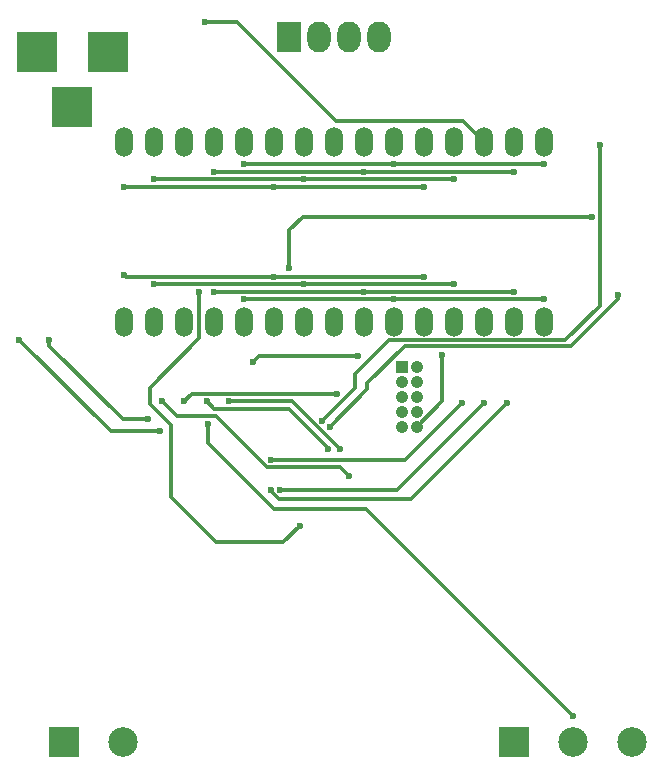
<source format=gbr>
G04 #@! TF.FileFunction,Copper,L2,Bot,Signal*
%FSLAX46Y46*%
G04 Gerber Fmt 4.6, Leading zero omitted, Abs format (unit mm)*
G04 Created by KiCad (PCBNEW 4.0.4+dfsg1-stable) date Tue Jan 31 21:33:05 2017*
%MOMM*%
%LPD*%
G01*
G04 APERTURE LIST*
%ADD10C,0.100000*%
%ADD11O,1.524000X2.524000*%
%ADD12R,3.500120X3.500120*%
%ADD13R,2.000000X2.600000*%
%ADD14O,2.000000X2.600000*%
%ADD15R,1.050000X1.050000*%
%ADD16C,1.050000*%
%ADD17R,2.500000X2.500000*%
%ADD18C,2.500000*%
%ADD19C,0.600000*%
%ADD20C,0.304800*%
G04 APERTURE END LIST*
D10*
D11*
X157480000Y-120650000D03*
X160020000Y-120650000D03*
X162560000Y-120650000D03*
X165100000Y-120650000D03*
X167640000Y-120650000D03*
X167640000Y-105410000D03*
X165100000Y-105410000D03*
X162560000Y-105410000D03*
X160020000Y-105410000D03*
X157480000Y-105410000D03*
X132080000Y-120650000D03*
X134620000Y-120650000D03*
X137160000Y-120650000D03*
X139700000Y-120650000D03*
X142240000Y-120650000D03*
X142240000Y-105410000D03*
X139700000Y-105410000D03*
X137160000Y-105410000D03*
X134620000Y-105410000D03*
X132080000Y-105410000D03*
X144780000Y-120650000D03*
X147320000Y-120650000D03*
X149860000Y-120650000D03*
X152400000Y-120650000D03*
X154940000Y-120650000D03*
X154940000Y-105410000D03*
X152400000Y-105410000D03*
X149860000Y-105410000D03*
X147320000Y-105410000D03*
X144780000Y-105410000D03*
D12*
X130660140Y-97790000D03*
X124660660Y-97790000D03*
X127660400Y-102489000D03*
D13*
X146050000Y-96520000D03*
D14*
X148590000Y-96520000D03*
X151130000Y-96520000D03*
X153670000Y-96520000D03*
D15*
X155575000Y-124460000D03*
D16*
X155575000Y-125730000D03*
X155575000Y-127000000D03*
X155575000Y-128270000D03*
X155575000Y-129540000D03*
X156845000Y-125730000D03*
X156845000Y-127000000D03*
X156845000Y-128270000D03*
X156845000Y-129540000D03*
X156845000Y-124460000D03*
D17*
X127000000Y-156210000D03*
D18*
X132000000Y-156210000D03*
X175100000Y-156210000D03*
D17*
X165100000Y-156210000D03*
D18*
X170100000Y-156210000D03*
D19*
X132080000Y-116713000D03*
X144780000Y-116840000D03*
X157480000Y-116840000D03*
X134620000Y-117475000D03*
X147320000Y-117475000D03*
X160020000Y-117475000D03*
X139700000Y-118110000D03*
X152400000Y-118110000D03*
X165100000Y-118110000D03*
X142240000Y-118745000D03*
X154940000Y-118745000D03*
X167640000Y-118745000D03*
X142240000Y-107315000D03*
X154940000Y-107315000D03*
X167640000Y-107315000D03*
X139700000Y-107950000D03*
X152400000Y-107950000D03*
X165100000Y-107950000D03*
X134620000Y-108585000D03*
X147320000Y-108585000D03*
X160020000Y-108585000D03*
X132080000Y-109220000D03*
X144780000Y-109220000D03*
X157480000Y-109220000D03*
X151892000Y-123571000D03*
X143002000Y-124079000D03*
X138430000Y-118110000D03*
X146939000Y-137922000D03*
X172339000Y-105664000D03*
X148844000Y-129032000D03*
X149479000Y-129540000D03*
X173863000Y-118364000D03*
X160655000Y-127508000D03*
X144526000Y-132334000D03*
X144526000Y-134874000D03*
X164465000Y-127508000D03*
X145288000Y-134874000D03*
X162560000Y-127508000D03*
X149352000Y-131445000D03*
X139065000Y-127381000D03*
X151130000Y-133731000D03*
X135255000Y-127381000D03*
X150368000Y-131445000D03*
X140970000Y-127381000D03*
X150114000Y-126746000D03*
X137160000Y-127381000D03*
X146050000Y-116078000D03*
X171704000Y-111760000D03*
X139192000Y-129286000D03*
X170053000Y-154051000D03*
X134112000Y-128905000D03*
X125730000Y-122174000D03*
X135128000Y-129921000D03*
X123190000Y-122174000D03*
X159004000Y-123444000D03*
X138938000Y-95250000D03*
D20*
X144780000Y-116840000D02*
X132207000Y-116840000D01*
X132207000Y-116840000D02*
X132080000Y-116713000D01*
X157480000Y-116840000D02*
X144780000Y-116840000D01*
X147320000Y-117475000D02*
X134620000Y-117475000D01*
X160020000Y-117475000D02*
X147320000Y-117475000D01*
X152400000Y-118110000D02*
X139827000Y-118110000D01*
X139827000Y-118110000D02*
X139700000Y-118110000D01*
X165100000Y-118110000D02*
X152400000Y-118110000D01*
X154940000Y-118745000D02*
X142240000Y-118745000D01*
X167640000Y-118745000D02*
X154940000Y-118745000D01*
X154940000Y-107315000D02*
X142240000Y-107315000D01*
X167640000Y-107315000D02*
X154940000Y-107315000D01*
X152400000Y-107950000D02*
X139700000Y-107950000D01*
X165100000Y-107950000D02*
X152400000Y-107950000D01*
X147320000Y-108585000D02*
X134620000Y-108585000D01*
X160020000Y-108585000D02*
X147320000Y-108585000D01*
X144780000Y-109220000D02*
X132080000Y-109220000D01*
X157480000Y-109220000D02*
X144780000Y-109220000D01*
X151892000Y-123571000D02*
X143510000Y-123571000D01*
X143510000Y-123571000D02*
X143002000Y-124079000D01*
X138430000Y-118110000D02*
X138430000Y-122047000D01*
X138430000Y-122047000D02*
X134239000Y-126238000D01*
X134239000Y-126238000D02*
X134239000Y-127635000D01*
X134239000Y-127635000D02*
X136017000Y-129413000D01*
X136017000Y-129413000D02*
X136017000Y-135509000D01*
X136017000Y-135509000D02*
X139827000Y-139319000D01*
X139827000Y-139319000D02*
X145542000Y-139319000D01*
X145542000Y-139319000D02*
X146939000Y-137922000D01*
X169418000Y-122224798D02*
X172339000Y-119303798D01*
X154508202Y-122224798D02*
X151638000Y-125095000D01*
X151638000Y-125095000D02*
X151638000Y-126238000D01*
X148844000Y-129032000D02*
X151638000Y-126238000D01*
X169418000Y-122224798D02*
X155702000Y-122224798D01*
X172339000Y-105664000D02*
X172339000Y-118999000D01*
X155702000Y-122224798D02*
X154508202Y-122224798D01*
X172339000Y-119303798D02*
X172339000Y-118999000D01*
X148894798Y-129032000D02*
X148844000Y-129032000D01*
X169926000Y-122682000D02*
X173863000Y-118745000D01*
X155829000Y-122682000D02*
X152654000Y-125857000D01*
X152654000Y-125857000D02*
X152654000Y-126365000D01*
X152654000Y-126365000D02*
X149479000Y-129540000D01*
X169926000Y-122682000D02*
X156083000Y-122682000D01*
X156083000Y-122682000D02*
X155829000Y-122682000D01*
X173863000Y-118745000D02*
X173863000Y-118364000D01*
X155829000Y-132334000D02*
X160655000Y-127508000D01*
X144526000Y-132334000D02*
X155829000Y-132334000D01*
X144526000Y-134874000D02*
X144526000Y-135001000D01*
X144526000Y-135001000D02*
X145161000Y-135636000D01*
X145161000Y-135636000D02*
X156337000Y-135636000D01*
X156337000Y-135636000D02*
X164465000Y-127508000D01*
X145288000Y-134874000D02*
X155194000Y-134874000D01*
X155194000Y-134874000D02*
X162560000Y-127508000D01*
X149352000Y-131318000D02*
X149352000Y-131445000D01*
X146050000Y-128016000D02*
X149352000Y-131318000D01*
X139700000Y-128016000D02*
X146050000Y-128016000D01*
X139065000Y-127381000D02*
X139700000Y-128016000D01*
X139319000Y-128651000D02*
X139827000Y-128651000D01*
X136525000Y-128651000D02*
X139319000Y-128651000D01*
X135255000Y-127381000D02*
X136525000Y-128651000D01*
X150368000Y-132969000D02*
X151130000Y-133731000D01*
X144145000Y-132969000D02*
X150368000Y-132969000D01*
X139827000Y-128651000D02*
X144145000Y-132969000D01*
X146304000Y-127381000D02*
X150368000Y-131445000D01*
X140970000Y-127381000D02*
X146304000Y-127381000D01*
X137795000Y-126746000D02*
X150114000Y-126746000D01*
X137160000Y-127381000D02*
X137795000Y-126746000D01*
X146050000Y-112903000D02*
X146050000Y-116078000D01*
X147193000Y-111760000D02*
X146050000Y-112903000D01*
X171704000Y-111760000D02*
X147193000Y-111760000D01*
X139192000Y-130937000D02*
X139192000Y-129286000D01*
X144780000Y-136525000D02*
X139192000Y-130937000D01*
X152527000Y-136525000D02*
X144780000Y-136525000D01*
X170053000Y-154051000D02*
X152527000Y-136525000D01*
X131953000Y-128905000D02*
X134112000Y-128905000D01*
X125730000Y-122682000D02*
X131953000Y-128905000D01*
X125730000Y-122174000D02*
X125730000Y-122682000D01*
X130937000Y-129921000D02*
X135128000Y-129921000D01*
X123190000Y-122174000D02*
X130937000Y-129921000D01*
X159004000Y-127381000D02*
X156845000Y-129540000D01*
X159004000Y-123444000D02*
X159004000Y-127381000D01*
X141732000Y-95377000D02*
X141605000Y-95250000D01*
X141732000Y-95377000D02*
X149987000Y-103632000D01*
X149987000Y-103632000D02*
X160782000Y-103632000D01*
X162560000Y-105410000D02*
X160782000Y-103632000D01*
X141605000Y-95250000D02*
X138938000Y-95250000D01*
M02*

</source>
